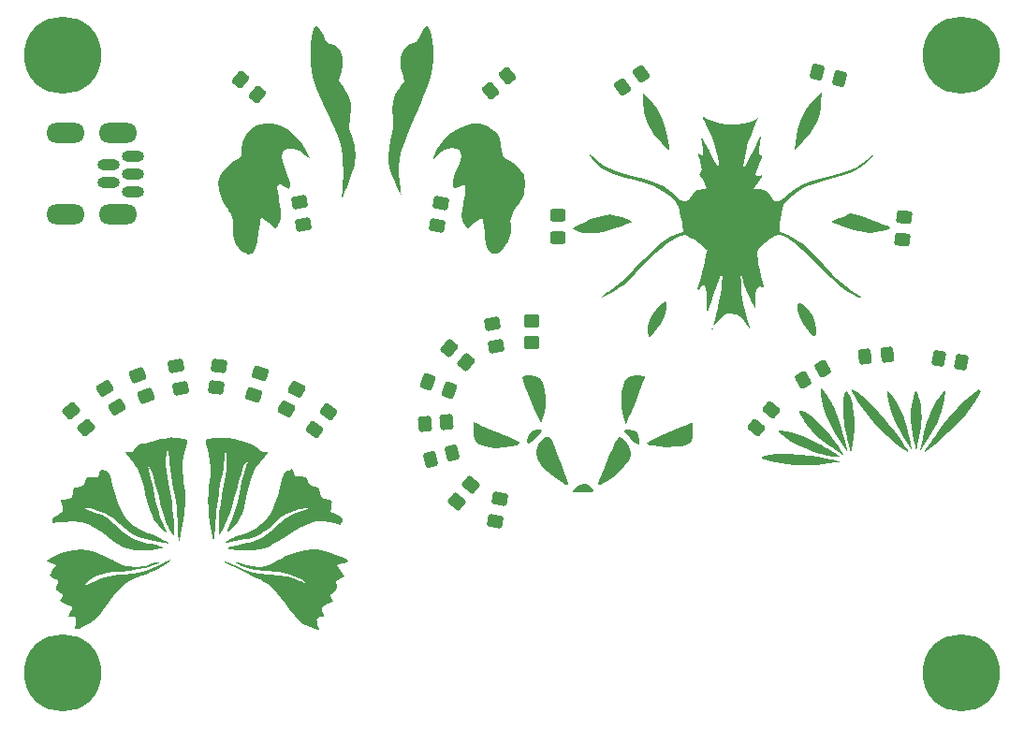
<source format=gbr>
%TF.GenerationSoftware,KiCad,Pcbnew,(6.0.5)*%
%TF.CreationDate,2022-08-10T18:54:24-07:00*%
%TF.ProjectId,AlpenglowSMTGarden,416c7065-6e67-46c6-9f77-534d54476172,rev?*%
%TF.SameCoordinates,Original*%
%TF.FileFunction,Soldermask,Top*%
%TF.FilePolarity,Negative*%
%FSLAX46Y46*%
G04 Gerber Fmt 4.6, Leading zero omitted, Abs format (unit mm)*
G04 Created by KiCad (PCBNEW (6.0.5)) date 2022-08-10 18:54:24*
%MOMM*%
%LPD*%
G01*
G04 APERTURE LIST*
G04 Aperture macros list*
%AMRoundRect*
0 Rectangle with rounded corners*
0 $1 Rounding radius*
0 $2 $3 $4 $5 $6 $7 $8 $9 X,Y pos of 4 corners*
0 Add a 4 corners polygon primitive as box body*
4,1,4,$2,$3,$4,$5,$6,$7,$8,$9,$2,$3,0*
0 Add four circle primitives for the rounded corners*
1,1,$1+$1,$2,$3*
1,1,$1+$1,$4,$5*
1,1,$1+$1,$6,$7*
1,1,$1+$1,$8,$9*
0 Add four rect primitives between the rounded corners*
20,1,$1+$1,$2,$3,$4,$5,0*
20,1,$1+$1,$4,$5,$6,$7,0*
20,1,$1+$1,$6,$7,$8,$9,0*
20,1,$1+$1,$8,$9,$2,$3,0*%
G04 Aperture macros list end*
%ADD10O,2.000000X1.000000*%
%ADD11O,3.500000X1.800000*%
%ADD12RoundRect,0.250000X0.119744X-0.557370X0.569696X-0.021139X-0.119744X0.557370X-0.569696X0.021139X0*%
%ADD13RoundRect,0.250000X0.503745X-0.233165X0.379719X0.404893X-0.503745X0.233165X-0.379719X-0.404893X0*%
%ADD14RoundRect,0.250000X0.386728X-0.398204X0.499599X0.241921X-0.386728X0.398204X-0.499599X-0.241921X0*%
%ADD15RoundRect,0.250000X0.499599X-0.241921X0.386728X0.398204X-0.499599X0.241921X-0.386728X-0.398204X0*%
%ADD16RoundRect,0.250000X0.056458X0.552211X-0.506458X0.227211X-0.056458X-0.552211X0.506458X-0.227211X0*%
%ADD17RoundRect,0.250000X0.554409X-0.027480X0.200394X0.517656X-0.554409X0.027480X-0.200394X-0.517656X0*%
%ADD18RoundRect,0.250000X0.335316X-0.442366X0.525358X0.179232X-0.335316X0.442366X-0.525358X-0.179232X0*%
%ADD19C,6.985000*%
%ADD20RoundRect,0.250000X-0.242056X0.516148X-0.559850X-0.107557X0.242056X-0.516148X0.559850X0.107557X0*%
%ADD21RoundRect,0.250000X0.276182X0.481507X-0.370257X0.413563X-0.276182X-0.481507X0.370257X-0.413563X0*%
%ADD22RoundRect,0.250000X-0.450000X0.350000X-0.450000X-0.350000X0.450000X-0.350000X0.450000X0.350000X0*%
%ADD23RoundRect,0.250000X0.450000X-0.325000X0.450000X0.325000X-0.450000X0.325000X-0.450000X-0.325000X0*%
%ADD24RoundRect,0.250000X0.197457X0.518783X-0.430394X0.350550X-0.197457X-0.518783X0.430394X-0.350550X0*%
%ADD25RoundRect,0.250000X0.163796X-0.530373X0.554976X-0.011260X-0.163796X0.530373X-0.554976X0.011260X0*%
%ADD26RoundRect,0.250000X-0.545540X0.165488X-0.294682X-0.488019X0.545540X-0.165488X0.294682X0.488019X0*%
%ADD27RoundRect,0.250000X0.398204X0.386728X-0.241921X0.499599X-0.398204X-0.386728X0.241921X-0.499599X0*%
%ADD28RoundRect,0.250000X-0.040290X0.553626X-0.538219X0.135814X0.040290X-0.553626X0.538219X-0.135814X0*%
%ADD29RoundRect,0.250000X-0.309448X-0.478792X0.387888X-0.417783X0.309448X0.478792X-0.387888X0.417783X0*%
%ADD30RoundRect,0.250000X-0.557370X-0.119744X-0.021139X-0.569696X0.557370X0.119744X0.021139X0.569696X0*%
%ADD31RoundRect,0.250000X0.419962X-0.362983X0.476613X0.284543X-0.419962X0.362983X-0.476613X-0.284543X0*%
%ADD32RoundRect,0.250000X0.430394X0.350550X-0.197457X0.518783X-0.430394X-0.350550X0.197457X-0.518783X0*%
%ADD33RoundRect,0.250000X-0.135814X0.538219X-0.553626X0.040290X0.135814X-0.538219X0.553626X-0.040290X0*%
%ADD34RoundRect,0.250000X-0.386728X0.398204X-0.499599X-0.241921X0.386728X-0.398204X0.499599X0.241921X0*%
%ADD35RoundRect,0.250000X0.459309X0.311705X-0.151491X0.534018X-0.459309X-0.311705X0.151491X-0.534018X0*%
%ADD36RoundRect,0.250000X-0.403991X0.402232X-0.489300X-0.292550X0.403991X-0.402232X0.489300X0.292550X0*%
%ADD37RoundRect,0.250000X-0.008115X-0.555031X0.524334X-0.182206X0.008115X0.555031X-0.524334X0.182206X0*%
%ADD38RoundRect,0.250000X-0.569240X-0.031078X-0.109999X-0.559375X0.569240X0.031078X0.109999X0.559375X0*%
%ADD39RoundRect,0.250000X-0.538219X-0.135814X-0.040290X-0.553626X0.538219X0.135814X0.040290X0.553626X0*%
G04 APERTURE END LIST*
%TO.C,G\u002A\u002A\u002A*%
G36*
X155646232Y-82902431D02*
G01*
X155925083Y-83017429D01*
X156389919Y-83208614D01*
X156981917Y-83451812D01*
X157642254Y-83722848D01*
X157822723Y-83796882D01*
X158436894Y-84056637D01*
X158943416Y-84285945D01*
X159301618Y-84465182D01*
X159470831Y-84574725D01*
X159476369Y-84594739D01*
X159121849Y-84781857D01*
X158583860Y-84922709D01*
X157940765Y-85009101D01*
X157270926Y-85032838D01*
X156652705Y-84985728D01*
X156346257Y-84922043D01*
X155773510Y-84698908D01*
X155421785Y-84382493D01*
X155250583Y-83919647D01*
X155216285Y-83439104D01*
X155216285Y-82724380D01*
X155646232Y-82902431D01*
G37*
G36*
X162129163Y-84086483D02*
G01*
X162298958Y-84238295D01*
X162439464Y-84525257D01*
X162547948Y-84801841D01*
X162711740Y-85239640D01*
X162911849Y-85785636D01*
X163129285Y-86386811D01*
X163345057Y-86990148D01*
X163540175Y-87542627D01*
X163695648Y-87991231D01*
X163792487Y-88282943D01*
X163815243Y-88366187D01*
X163750662Y-88416682D01*
X163542253Y-88334766D01*
X163168011Y-88109117D01*
X162691868Y-87788087D01*
X161929509Y-87181616D01*
X161372715Y-86567722D01*
X161037566Y-85969178D01*
X160940144Y-85408756D01*
X160948360Y-85319072D01*
X161107559Y-84759162D01*
X161394024Y-84333682D01*
X161765652Y-84098862D01*
X161879984Y-84074848D01*
X162129163Y-84086483D01*
G37*
G36*
X175034424Y-82797204D02*
G01*
X175076710Y-82963312D01*
X175085316Y-83297667D01*
X175065505Y-83706816D01*
X175022537Y-84097301D01*
X174961674Y-84375670D01*
X174943119Y-84418991D01*
X174721705Y-84647870D01*
X174386473Y-84828979D01*
X174381628Y-84830683D01*
X173990323Y-84907631D01*
X173414623Y-84947503D01*
X172732211Y-84949568D01*
X172020766Y-84913095D01*
X171498432Y-84857801D01*
X171135369Y-84781273D01*
X170903691Y-84681051D01*
X170867669Y-84639026D01*
X170970362Y-84556508D01*
X171270196Y-84395036D01*
X171719386Y-84175733D01*
X172270146Y-83919722D01*
X172874691Y-83648124D01*
X173485235Y-83382063D01*
X174053993Y-83142661D01*
X174533179Y-82951040D01*
X174875008Y-82828324D01*
X175031694Y-82795634D01*
X175034424Y-82797204D01*
G37*
G36*
X160859744Y-78536046D02*
G01*
X161211074Y-78736418D01*
X161222393Y-78746816D01*
X161517089Y-79183267D01*
X161707622Y-79803335D01*
X161788257Y-80545043D01*
X161753258Y-81346414D01*
X161596888Y-82145471D01*
X161551047Y-82297983D01*
X161434296Y-82586794D01*
X161330298Y-82725733D01*
X161320159Y-82727931D01*
X161241013Y-82612013D01*
X161081617Y-82291352D01*
X160860670Y-81806589D01*
X160596874Y-81198364D01*
X160397856Y-80723618D01*
X160063120Y-79893282D01*
X159837385Y-79281498D01*
X159714383Y-78868661D01*
X159687844Y-78635171D01*
X159711289Y-78576885D01*
X160005428Y-78444536D01*
X160423054Y-78434837D01*
X160859744Y-78536046D01*
G37*
G36*
X165649254Y-88382500D02*
G01*
X165921940Y-88613950D01*
X166061334Y-88884498D01*
X166064201Y-88922983D01*
X165935928Y-89017163D01*
X165549817Y-89067979D01*
X165138160Y-89077931D01*
X164654534Y-89060102D01*
X164327716Y-89011887D01*
X164212118Y-88943695D01*
X164322164Y-88779351D01*
X164591959Y-88581607D01*
X164930988Y-88402923D01*
X165248735Y-88295762D01*
X165349166Y-88284675D01*
X165649254Y-88382500D01*
G37*
G36*
X169713195Y-83468124D02*
G01*
X170029692Y-83669721D01*
X170166284Y-83942269D01*
X170167049Y-83961078D01*
X170200966Y-84207556D01*
X170248624Y-84414650D01*
X170259833Y-84657029D01*
X170121421Y-84700683D01*
X169851631Y-84551401D01*
X169468705Y-84214971D01*
X169399037Y-84145059D01*
X169103108Y-83829019D01*
X168901206Y-83585638D01*
X168842326Y-83483600D01*
X168958561Y-83420790D01*
X169243597Y-83390016D01*
X169295898Y-83389389D01*
X169713195Y-83468124D01*
G37*
G36*
X161408820Y-83425631D02*
G01*
X161339207Y-83618289D01*
X161065138Y-83948903D01*
X160877282Y-84145059D01*
X160505230Y-84505634D01*
X160273409Y-84673313D01*
X160152601Y-84658402D01*
X160113589Y-84471206D01*
X160113026Y-84414650D01*
X160221203Y-83892607D01*
X160525152Y-83536407D01*
X160940933Y-83378892D01*
X161275541Y-83352106D01*
X161408820Y-83425631D01*
G37*
G36*
X168733641Y-84170450D02*
G01*
X169059459Y-84480273D01*
X169313476Y-84906840D01*
X169448969Y-85376676D01*
X169443603Y-85719228D01*
X169266497Y-86147739D01*
X168912113Y-86649674D01*
X168435369Y-87171611D01*
X167891179Y-87660128D01*
X167334462Y-88061801D01*
X166820133Y-88323209D01*
X166738720Y-88350509D01*
X166515866Y-88393652D01*
X166482205Y-88295686D01*
X166512999Y-88200228D01*
X166727088Y-87649685D01*
X166986566Y-87019182D01*
X167271299Y-86353401D01*
X167561153Y-85697025D01*
X167835993Y-85094736D01*
X168075686Y-84591218D01*
X168260098Y-84231152D01*
X168369093Y-84059221D01*
X168382741Y-84050848D01*
X168733641Y-84170450D01*
G37*
G36*
X170603014Y-78532196D02*
G01*
X170739567Y-78593816D01*
X170707377Y-78733520D01*
X170592059Y-79067786D01*
X170413294Y-79547383D01*
X170190759Y-80123078D01*
X169944134Y-80745640D01*
X169693096Y-81365839D01*
X169457326Y-81934441D01*
X169256500Y-82402216D01*
X169110299Y-82719931D01*
X169044527Y-82834410D01*
X168982507Y-82749106D01*
X168876546Y-82474638D01*
X168785180Y-82187802D01*
X168636069Y-81475100D01*
X168587241Y-80733608D01*
X168631299Y-80020478D01*
X168760850Y-79392864D01*
X168968499Y-78907919D01*
X169246413Y-78623030D01*
X169510043Y-78546679D01*
X169888771Y-78504824D01*
X170285471Y-78499362D01*
X170603014Y-78532196D01*
G37*
G36*
X182916502Y-83487244D02*
G01*
X183011519Y-83493697D01*
X183044033Y-83496143D01*
X183516634Y-83552936D01*
X184009248Y-83653186D01*
X184519986Y-83796320D01*
X185046958Y-83981766D01*
X185588274Y-84208951D01*
X185931182Y-84370967D01*
X186108497Y-84459282D01*
X186279702Y-84546900D01*
X186450920Y-84637236D01*
X186628277Y-84733708D01*
X186817898Y-84839731D01*
X187025908Y-84958723D01*
X187258432Y-85094101D01*
X187521595Y-85249280D01*
X187762379Y-85392406D01*
X187952615Y-85506035D01*
X188104145Y-85597310D01*
X188220669Y-85668786D01*
X188305884Y-85723014D01*
X188363487Y-85762550D01*
X188397178Y-85789947D01*
X188410655Y-85807758D01*
X188407614Y-85818536D01*
X188391755Y-85824837D01*
X188389388Y-85825366D01*
X188303234Y-85835984D01*
X188182175Y-85840578D01*
X188040076Y-85839429D01*
X187890801Y-85832821D01*
X187748218Y-85821036D01*
X187664676Y-85810584D01*
X187441100Y-85774040D01*
X187223367Y-85730522D01*
X186995837Y-85676521D01*
X186742868Y-85608528D01*
X186663453Y-85585961D01*
X186263401Y-85462378D01*
X185856970Y-85320255D01*
X185450797Y-85162712D01*
X185051519Y-84992868D01*
X184665776Y-84813842D01*
X184300205Y-84628753D01*
X183961445Y-84440720D01*
X183656133Y-84252863D01*
X183390909Y-84068301D01*
X183323102Y-84016360D01*
X183214733Y-83926139D01*
X183105058Y-83825875D01*
X183003089Y-83724680D01*
X182917839Y-83631666D01*
X182858320Y-83555946D01*
X182842719Y-83530667D01*
X182831484Y-83506637D01*
X182834615Y-83492319D01*
X182860244Y-83486320D01*
X182916502Y-83487244D01*
G37*
G36*
X197888795Y-79870440D02*
G01*
X197892223Y-79934673D01*
X197889568Y-80032971D01*
X197881516Y-80158062D01*
X197868754Y-80302672D01*
X197851967Y-80459530D01*
X197831841Y-80621364D01*
X197809064Y-80780901D01*
X197784320Y-80930870D01*
X197768425Y-81015190D01*
X197686721Y-81372108D01*
X197583000Y-81731140D01*
X197455498Y-82096026D01*
X197302453Y-82470508D01*
X197122101Y-82858327D01*
X196912678Y-83263224D01*
X196672420Y-83688941D01*
X196399565Y-84139218D01*
X196092349Y-84617797D01*
X196015501Y-84733986D01*
X195896481Y-84911802D01*
X195801944Y-85050140D01*
X195730204Y-85151160D01*
X195679573Y-85217019D01*
X195648365Y-85249877D01*
X195634892Y-85251891D01*
X195637469Y-85225220D01*
X195640607Y-85213689D01*
X195649471Y-85177659D01*
X195667139Y-85101323D01*
X195691862Y-84992407D01*
X195721889Y-84858635D01*
X195755472Y-84707734D01*
X195767301Y-84654299D01*
X195892447Y-84108409D01*
X196016854Y-83607816D01*
X196141869Y-83148685D01*
X196268838Y-82727181D01*
X196399108Y-82339469D01*
X196534025Y-81981713D01*
X196674938Y-81650078D01*
X196823191Y-81340728D01*
X196980132Y-81049828D01*
X197108357Y-80835011D01*
X197192085Y-80705471D01*
X197286687Y-80567274D01*
X197387582Y-80426294D01*
X197490188Y-80288405D01*
X197589924Y-80159478D01*
X197682210Y-80045389D01*
X197762462Y-79952010D01*
X197826101Y-79885214D01*
X197868545Y-79850875D01*
X197878598Y-79847542D01*
X197888795Y-79870440D01*
G37*
G36*
X183337087Y-85614810D02*
G01*
X183636452Y-85615772D01*
X183895801Y-85618057D01*
X184124288Y-85622206D01*
X184331068Y-85628760D01*
X184525296Y-85638258D01*
X184716125Y-85651242D01*
X184912710Y-85668252D01*
X185124207Y-85689828D01*
X185359769Y-85716512D01*
X185628552Y-85748842D01*
X185648413Y-85751278D01*
X185911604Y-85785979D01*
X186199559Y-85828106D01*
X186496749Y-85875136D01*
X186787645Y-85924544D01*
X187056717Y-85973807D01*
X187234376Y-86009040D01*
X187338613Y-86031452D01*
X187465757Y-86060114D01*
X187607839Y-86093086D01*
X187756893Y-86128425D01*
X187904951Y-86164192D01*
X188044047Y-86198446D01*
X188166212Y-86229247D01*
X188263479Y-86254652D01*
X188327881Y-86272722D01*
X188351107Y-86281066D01*
X188355596Y-86289927D01*
X188342671Y-86298958D01*
X188306524Y-86309437D01*
X188241347Y-86322640D01*
X188141330Y-86339847D01*
X188000666Y-86362335D01*
X187935151Y-86372561D01*
X187379447Y-86450600D01*
X186817749Y-86513441D01*
X186258647Y-86560599D01*
X185710733Y-86591592D01*
X185182599Y-86605935D01*
X184682836Y-86603146D01*
X184220036Y-86582739D01*
X184211466Y-86582165D01*
X183670052Y-86533374D01*
X183126652Y-86460823D01*
X182593686Y-86366683D01*
X182083575Y-86253130D01*
X181642995Y-86132737D01*
X181384279Y-86054802D01*
X181364459Y-85959407D01*
X181354585Y-85896192D01*
X181354472Y-85856579D01*
X181356457Y-85852192D01*
X181385677Y-85840010D01*
X181453185Y-85818950D01*
X181549437Y-85791562D01*
X181664890Y-85760393D01*
X181790001Y-85727992D01*
X181915225Y-85696907D01*
X182031020Y-85669686D01*
X182083069Y-85658177D01*
X182139624Y-85647015D01*
X182199046Y-85637861D01*
X182266633Y-85630532D01*
X182347687Y-85624844D01*
X182447509Y-85620616D01*
X182571398Y-85617662D01*
X182724655Y-85615801D01*
X182912582Y-85614848D01*
X183140477Y-85614621D01*
X183337087Y-85614810D01*
G37*
G36*
X189484339Y-79740726D02*
G01*
X189565233Y-79777659D01*
X189665257Y-79827892D01*
X189776779Y-79887346D01*
X189892168Y-79951940D01*
X190003792Y-80017594D01*
X190104020Y-80080228D01*
X190185220Y-80135761D01*
X190192764Y-80141337D01*
X190384563Y-80294444D01*
X190600362Y-80484404D01*
X190836766Y-80707230D01*
X191090379Y-80958936D01*
X191357806Y-81235535D01*
X191635651Y-81533040D01*
X191920520Y-81847464D01*
X192209016Y-82174822D01*
X192497745Y-82511125D01*
X192783312Y-82852388D01*
X193062319Y-83194623D01*
X193331374Y-83533844D01*
X193587079Y-83866065D01*
X193826040Y-84187298D01*
X194044861Y-84493557D01*
X194240147Y-84780854D01*
X194408503Y-85045205D01*
X194498595Y-85197092D01*
X194565781Y-85315792D01*
X194606498Y-85395369D01*
X194619199Y-85439095D01*
X194602335Y-85450242D01*
X194554357Y-85432083D01*
X194473715Y-85387891D01*
X194422411Y-85358077D01*
X194131980Y-85174396D01*
X193821311Y-84952247D01*
X193494452Y-84695924D01*
X193155454Y-84409721D01*
X192808363Y-84097930D01*
X192457230Y-83764847D01*
X192106103Y-83414764D01*
X191759032Y-83051974D01*
X191420064Y-82680773D01*
X191093249Y-82305452D01*
X190782636Y-81930306D01*
X190492274Y-81559629D01*
X190226211Y-81197713D01*
X189988496Y-80848854D01*
X189783179Y-80517343D01*
X189674160Y-80322835D01*
X189609080Y-80196858D01*
X189547044Y-80068854D01*
X189492113Y-79948058D01*
X189448343Y-79843700D01*
X189419796Y-79765013D01*
X189410465Y-79723082D01*
X189430205Y-79721173D01*
X189484339Y-79740726D01*
G37*
G36*
X192735399Y-79879998D02*
G01*
X192798044Y-79943569D01*
X192878289Y-80034122D01*
X192970767Y-80145051D01*
X193070110Y-80269752D01*
X193170953Y-80401618D01*
X193267927Y-80534044D01*
X193355666Y-80660423D01*
X193362709Y-80670949D01*
X193547081Y-80963183D01*
X193718031Y-81268086D01*
X193877255Y-81590148D01*
X194026449Y-81933859D01*
X194167308Y-82303708D01*
X194301527Y-82704185D01*
X194430803Y-83139781D01*
X194556830Y-83614985D01*
X194681304Y-84134287D01*
X194697584Y-84205817D01*
X194751570Y-84444550D01*
X194795552Y-84639710D01*
X194830421Y-84795677D01*
X194857073Y-84916833D01*
X194876398Y-85007558D01*
X194889292Y-85072232D01*
X194896646Y-85115238D01*
X194899355Y-85140956D01*
X194898311Y-85153766D01*
X194894408Y-85158051D01*
X194891792Y-85158365D01*
X194871979Y-85139080D01*
X194829716Y-85085698D01*
X194769998Y-85004931D01*
X194697819Y-84903489D01*
X194640155Y-84820272D01*
X194308131Y-84324068D01*
X194012162Y-83855828D01*
X193750598Y-83411945D01*
X193521788Y-82988812D01*
X193324082Y-82582821D01*
X193155830Y-82190366D01*
X193015382Y-81807839D01*
X192901089Y-81431634D01*
X192811299Y-81058142D01*
X192744363Y-80683757D01*
X192742662Y-80672275D01*
X192724937Y-80538201D01*
X192709709Y-80396878D01*
X192697439Y-80256411D01*
X192688591Y-80124903D01*
X192683627Y-80010459D01*
X192683009Y-79921183D01*
X192687200Y-79865179D01*
X192695721Y-79850016D01*
X192735399Y-79879998D01*
G37*
G36*
X195340909Y-79920998D02*
G01*
X195392253Y-80048762D01*
X195449874Y-80208172D01*
X195508473Y-80383079D01*
X195562753Y-80557335D01*
X195607416Y-80714788D01*
X195627258Y-80793892D01*
X195714503Y-81257587D01*
X195763760Y-81739772D01*
X195775058Y-82243435D01*
X195748428Y-82771559D01*
X195683901Y-83327132D01*
X195655246Y-83511244D01*
X195623070Y-83698303D01*
X195586486Y-83897007D01*
X195546847Y-84101205D01*
X195505506Y-84304750D01*
X195463819Y-84501492D01*
X195423138Y-84685283D01*
X195384817Y-84849973D01*
X195350210Y-84989413D01*
X195320670Y-85097454D01*
X195297551Y-85167948D01*
X195285082Y-85192657D01*
X195266840Y-85187999D01*
X195249731Y-85146636D01*
X195248985Y-85143480D01*
X195235194Y-85085101D01*
X195213842Y-84996783D01*
X195189233Y-84896312D01*
X195185939Y-84882958D01*
X195046225Y-84271374D01*
X194938129Y-83694794D01*
X194861510Y-83150681D01*
X194816225Y-82636493D01*
X194802133Y-82149690D01*
X194819090Y-81687734D01*
X194866955Y-81248083D01*
X194945586Y-80828198D01*
X194956467Y-80781598D01*
X195011434Y-80575313D01*
X195080408Y-80353499D01*
X195156460Y-80136992D01*
X195232665Y-79946628D01*
X195238499Y-79933292D01*
X195292686Y-79810349D01*
X195340909Y-79920998D01*
G37*
G36*
X184749224Y-81655565D02*
G01*
X184848249Y-81677209D01*
X184979468Y-81716523D01*
X184996816Y-81722275D01*
X185210526Y-81811405D01*
X185444178Y-81941202D01*
X185694801Y-82108820D01*
X185959424Y-82311413D01*
X186235076Y-82546137D01*
X186518784Y-82810144D01*
X186807579Y-83100590D01*
X187098488Y-83414629D01*
X187388541Y-83749415D01*
X187674765Y-84102103D01*
X187954190Y-84469846D01*
X188148110Y-84740359D01*
X188263115Y-84907372D01*
X188372088Y-85070368D01*
X188472092Y-85224512D01*
X188560190Y-85364972D01*
X188633443Y-85486914D01*
X188688913Y-85585506D01*
X188723663Y-85655914D01*
X188734755Y-85693304D01*
X188730248Y-85698098D01*
X188701831Y-85685048D01*
X188642471Y-85651011D01*
X188562353Y-85601960D01*
X188512982Y-85570653D01*
X188054059Y-85271199D01*
X187637037Y-84988174D01*
X187258608Y-84718653D01*
X186915464Y-84459709D01*
X186604298Y-84208417D01*
X186321803Y-83961849D01*
X186064670Y-83717081D01*
X185829594Y-83471186D01*
X185613266Y-83221238D01*
X185412378Y-82964311D01*
X185223624Y-82697478D01*
X185164336Y-82608131D01*
X185101312Y-82507553D01*
X185030486Y-82387717D01*
X184956010Y-82256437D01*
X184882036Y-82121529D01*
X184812717Y-81990806D01*
X184752205Y-81872084D01*
X184704651Y-81773177D01*
X184674209Y-81701901D01*
X184664870Y-81668087D01*
X184686672Y-81652292D01*
X184749224Y-81655565D01*
G37*
G36*
X189056852Y-79934976D02*
G01*
X189158054Y-80081527D01*
X189254769Y-80272945D01*
X189345743Y-80505026D01*
X189429721Y-80773567D01*
X189505448Y-81074363D01*
X189571669Y-81403210D01*
X189627129Y-81755906D01*
X189647215Y-81912673D01*
X189662341Y-82073374D01*
X189674402Y-82270729D01*
X189683335Y-82494726D01*
X189689076Y-82735356D01*
X189691564Y-82982607D01*
X189690733Y-83226470D01*
X189686522Y-83456934D01*
X189678866Y-83663989D01*
X189667703Y-83837623D01*
X189659882Y-83916642D01*
X189616270Y-84248417D01*
X189565406Y-84564725D01*
X189509318Y-84853996D01*
X189455326Y-85084451D01*
X189421480Y-85213637D01*
X189397221Y-85301020D01*
X189380235Y-85352510D01*
X189368204Y-85374019D01*
X189358815Y-85371456D01*
X189350351Y-85352446D01*
X189315233Y-85243119D01*
X189272265Y-85093457D01*
X189223359Y-84911322D01*
X189170425Y-84704576D01*
X189115375Y-84481082D01*
X189060121Y-84248703D01*
X189006574Y-84015302D01*
X188956647Y-83788740D01*
X188912250Y-83576881D01*
X188884431Y-83436025D01*
X188805718Y-82999594D01*
X188744192Y-82600955D01*
X188699054Y-82232133D01*
X188669504Y-81885148D01*
X188654746Y-81552024D01*
X188653980Y-81224784D01*
X188655674Y-81150427D01*
X188666926Y-80879912D01*
X188685609Y-80651378D01*
X188713169Y-80457992D01*
X188751053Y-80292923D01*
X188800705Y-80149339D01*
X188863571Y-80020409D01*
X188911229Y-79942699D01*
X188978276Y-79841383D01*
X189056852Y-79934976D01*
G37*
G36*
X201169528Y-79915150D02*
G01*
X200979203Y-80243873D01*
X200611937Y-80840859D01*
X200209367Y-81423360D01*
X199769703Y-81993294D01*
X199291157Y-82552581D01*
X198771939Y-83103142D01*
X198210260Y-83646895D01*
X197604330Y-84185761D01*
X196952359Y-84721659D01*
X196430504Y-85123982D01*
X196285387Y-85232858D01*
X196174845Y-85315360D01*
X196094198Y-85374740D01*
X196038768Y-85414250D01*
X196003876Y-85437140D01*
X195984843Y-85446662D01*
X195976992Y-85446067D01*
X195975615Y-85440096D01*
X195989430Y-85412900D01*
X196028852Y-85350087D01*
X196090847Y-85256014D01*
X196172380Y-85135040D01*
X196270417Y-84991522D01*
X196381923Y-84829818D01*
X196503864Y-84654287D01*
X196633206Y-84469286D01*
X196766914Y-84279175D01*
X196901954Y-84088310D01*
X197035291Y-83901049D01*
X197163891Y-83721752D01*
X197284720Y-83554775D01*
X197361654Y-83449459D01*
X197783259Y-82888723D01*
X198193586Y-82371521D01*
X198595913Y-81894411D01*
X198993518Y-81453954D01*
X199389675Y-81046708D01*
X199787663Y-80669233D01*
X200190758Y-80318088D01*
X200602237Y-79989832D01*
X200790815Y-79848811D01*
X200971068Y-79716690D01*
X201169528Y-79915150D01*
G37*
G36*
X186708608Y-79647702D02*
G01*
X186745698Y-79683943D01*
X186800081Y-79747658D01*
X186875210Y-79842697D01*
X186974535Y-79972915D01*
X187004978Y-80013313D01*
X187145616Y-80201711D01*
X187261219Y-80360577D01*
X187357454Y-80498794D01*
X187439990Y-80625243D01*
X187514494Y-80748807D01*
X187586637Y-80878368D01*
X187662084Y-81022808D01*
X187710848Y-81119411D01*
X187820835Y-81343347D01*
X187922177Y-81559277D01*
X188016568Y-81772153D01*
X188105702Y-81986929D01*
X188191270Y-82208555D01*
X188274967Y-82441985D01*
X188358485Y-82692169D01*
X188443517Y-82964061D01*
X188531757Y-83262612D01*
X188624897Y-83592775D01*
X188724630Y-83959501D01*
X188832650Y-84367744D01*
X188868934Y-84506767D01*
X188917792Y-84694244D01*
X188963116Y-84867669D01*
X189003312Y-85020979D01*
X189036785Y-85148112D01*
X189061942Y-85243008D01*
X189077188Y-85299604D01*
X189080718Y-85312043D01*
X189085450Y-85349102D01*
X189064493Y-85345686D01*
X189018927Y-85302573D01*
X188949828Y-85220543D01*
X188944277Y-85213540D01*
X188580323Y-84729015D01*
X188239928Y-84227849D01*
X187925564Y-83715077D01*
X187639701Y-83195737D01*
X187384810Y-82674865D01*
X187163362Y-82157498D01*
X186977828Y-81648672D01*
X186830678Y-81153423D01*
X186727840Y-80695538D01*
X186709676Y-80579616D01*
X186693491Y-80442145D01*
X186679762Y-80292194D01*
X186668965Y-80138834D01*
X186661576Y-79991134D01*
X186658072Y-79858164D01*
X186658929Y-79748993D01*
X186664624Y-79672693D01*
X186672503Y-79642229D01*
X186685361Y-79635082D01*
X186708608Y-79647702D01*
G37*
G36*
X167860004Y-63971717D02*
G01*
X168226147Y-64048121D01*
X168319420Y-64070883D01*
X168698760Y-64182132D01*
X169060989Y-64317528D01*
X169357009Y-64454603D01*
X169537724Y-64570889D01*
X169561213Y-64639192D01*
X169452299Y-64681474D01*
X169176323Y-64779089D01*
X168772995Y-64918224D01*
X168282023Y-65085065D01*
X168195734Y-65114167D01*
X167234723Y-65405547D01*
X166423719Y-65577196D01*
X165732833Y-65632565D01*
X165132175Y-65575100D01*
X164843004Y-65500964D01*
X164517631Y-65388675D01*
X164281551Y-65289474D01*
X164213518Y-65248399D01*
X164253198Y-65161172D01*
X164458049Y-65019395D01*
X164787770Y-64841430D01*
X165202057Y-64645640D01*
X165660609Y-64450387D01*
X166123125Y-64274033D01*
X166549301Y-64134940D01*
X166797622Y-64071044D01*
X167238758Y-63983169D01*
X167561880Y-63950063D01*
X167860004Y-63971717D01*
G37*
G36*
X172724060Y-71873523D02*
G01*
X172733634Y-72122208D01*
X172686993Y-72474046D01*
X172592234Y-72877788D01*
X172457453Y-73282184D01*
X172386189Y-73450098D01*
X172164100Y-73845360D01*
X171860991Y-74278449D01*
X171627994Y-74559067D01*
X171359678Y-74841473D01*
X171195921Y-74976584D01*
X171102308Y-74985102D01*
X171051282Y-74905990D01*
X171006529Y-74607795D01*
X171029993Y-74186920D01*
X171110001Y-73723546D01*
X171234879Y-73297853D01*
X171310770Y-73123657D01*
X171490863Y-72846142D01*
X171753223Y-72528507D01*
X172051015Y-72217760D01*
X172337405Y-71960911D01*
X172565560Y-71804969D01*
X172650173Y-71779239D01*
X172724060Y-71873523D01*
G37*
G36*
X189445451Y-63819772D02*
G01*
X189723936Y-63891355D01*
X190140241Y-64019682D01*
X190661295Y-64194613D01*
X191194507Y-64384259D01*
X191776337Y-64602293D01*
X192275033Y-64800651D01*
X192659233Y-64965902D01*
X192897572Y-65084615D01*
X192961283Y-65140849D01*
X192796072Y-65252051D01*
X192472049Y-65362752D01*
X192048064Y-65459878D01*
X191582966Y-65530354D01*
X191135607Y-65561107D01*
X191068068Y-65561459D01*
X190650676Y-65535475D01*
X190184456Y-65454692D01*
X189617773Y-65307907D01*
X188962103Y-65104547D01*
X188451751Y-64933855D01*
X188025662Y-64782947D01*
X187721896Y-64665943D01*
X187578514Y-64596963D01*
X187572188Y-64588912D01*
X187667472Y-64526524D01*
X187921514Y-64414509D01*
X188286605Y-64273276D01*
X188438506Y-64218331D01*
X188837782Y-64067167D01*
X189148366Y-63932042D01*
X189319966Y-63835507D01*
X189337862Y-63815070D01*
X189445451Y-63819772D01*
G37*
G36*
X171171903Y-53499751D02*
G01*
X171852819Y-54378030D01*
X172361425Y-55386691D01*
X172630854Y-56229258D01*
X172773654Y-56839113D01*
X172872945Y-57355877D01*
X172924368Y-57748515D01*
X172923564Y-57985995D01*
X172885659Y-58043616D01*
X172769742Y-57970791D01*
X172549530Y-57778724D01*
X172270060Y-57507032D01*
X172235012Y-57471299D01*
X171501125Y-56587259D01*
X170979647Y-55656138D01*
X170669638Y-54675777D01*
X170570155Y-53644365D01*
X170574130Y-52865505D01*
X171171903Y-53499751D01*
G37*
G36*
X185009876Y-72041412D02*
G01*
X185496986Y-72476139D01*
X185893232Y-73052137D01*
X186160906Y-73699230D01*
X186262302Y-74347243D01*
X186262365Y-74372384D01*
X186239622Y-74740945D01*
X186162232Y-74917405D01*
X186010686Y-74905472D01*
X185765476Y-74708858D01*
X185566211Y-74504788D01*
X185038311Y-73824314D01*
X184705902Y-73106872D01*
X184572899Y-72527965D01*
X184551710Y-72143255D01*
X184631942Y-71949075D01*
X184817703Y-71940849D01*
X185009876Y-72041412D01*
G37*
G36*
X176888927Y-74232028D02*
G01*
X176834420Y-74286535D01*
X176779914Y-74232028D01*
X176834420Y-74177522D01*
X176888927Y-74232028D01*
G37*
G36*
X166641716Y-71506707D02*
G01*
X166587210Y-71561213D01*
X166532703Y-71506707D01*
X166587210Y-71452200D01*
X166641716Y-71506707D01*
G37*
G36*
X186672926Y-53864119D02*
G01*
X186643621Y-54379338D01*
X186588700Y-54765560D01*
X186486155Y-55111784D01*
X186313981Y-55507010D01*
X186217863Y-55704468D01*
X185733362Y-56510929D01*
X185083659Y-57283531D01*
X185046265Y-57322163D01*
X184290674Y-58098123D01*
X184364220Y-57389539D01*
X184547255Y-56274918D01*
X184857784Y-55310127D01*
X185312268Y-54457362D01*
X185927167Y-53678822D01*
X186024702Y-53575961D01*
X186711980Y-52865505D01*
X186672926Y-53864119D01*
G37*
G36*
X176103857Y-55144638D02*
G01*
X176368401Y-55259128D01*
X176605529Y-55371079D01*
X177304950Y-55624626D01*
X178096713Y-55768831D01*
X178917023Y-55802623D01*
X179702083Y-55724926D01*
X180388099Y-55534668D01*
X180598763Y-55438292D01*
X181010732Y-55223562D01*
X180582865Y-56149677D01*
X180356537Y-56679482D01*
X180140787Y-57252304D01*
X179975109Y-57761763D01*
X179948054Y-57859490D01*
X179850188Y-58279019D01*
X179766399Y-58726275D01*
X179703380Y-59150722D01*
X179667825Y-59501829D01*
X179666426Y-59729061D01*
X179692639Y-59787822D01*
X179753151Y-59694859D01*
X179889153Y-59438677D01*
X180083317Y-59053340D01*
X180318313Y-58572911D01*
X180446911Y-58305164D01*
X180695440Y-57794188D01*
X180912470Y-57365988D01*
X181080752Y-57053198D01*
X181183037Y-56888453D01*
X181204380Y-56872088D01*
X181211177Y-56997418D01*
X181175417Y-57266065D01*
X181132373Y-57488627D01*
X181066156Y-57963262D01*
X181086363Y-58326503D01*
X181187631Y-58543116D01*
X181299823Y-58588681D01*
X181354804Y-58644439D01*
X181320326Y-58828151D01*
X181189787Y-59164473D01*
X181078574Y-59414832D01*
X180913202Y-59807110D01*
X180802616Y-60128003D01*
X180764434Y-60323937D01*
X180770515Y-60351707D01*
X180917893Y-60418929D01*
X181098700Y-60412776D01*
X181295861Y-60390410D01*
X181358455Y-60406811D01*
X181302285Y-60512765D01*
X181155870Y-60745577D01*
X180975225Y-61018518D01*
X180591996Y-61586535D01*
X181133700Y-61619310D01*
X181502812Y-61666913D01*
X181751033Y-61782116D01*
X181952981Y-61981966D01*
X182131835Y-62228498D01*
X182226198Y-62424834D01*
X182230558Y-62455339D01*
X182329240Y-62618434D01*
X182592228Y-62715085D01*
X182795774Y-62731170D01*
X182986088Y-62661318D01*
X183268653Y-62478677D01*
X183565440Y-62237284D01*
X184198243Y-61730170D01*
X184879648Y-61315928D01*
X185651916Y-60975921D01*
X186557307Y-60691512D01*
X187626695Y-60446332D01*
X188816754Y-60120181D01*
X189860236Y-59642135D01*
X190774857Y-59003631D01*
X190974752Y-58827773D01*
X191285737Y-58550251D01*
X191450790Y-58423700D01*
X191476898Y-58443688D01*
X191409696Y-58551900D01*
X190894026Y-59150892D01*
X190238630Y-59663400D01*
X189425258Y-60099193D01*
X188435659Y-60468040D01*
X187251582Y-60779712D01*
X187245150Y-60781142D01*
X186696637Y-60921462D01*
X186138008Y-61094842D01*
X185665237Y-61270619D01*
X185540787Y-61325632D01*
X185065620Y-61576924D01*
X184565362Y-61887277D01*
X184091455Y-62219965D01*
X183695345Y-62538259D01*
X183428474Y-62805433D01*
X183384665Y-62864934D01*
X183303086Y-63067882D01*
X183208742Y-63419312D01*
X183112220Y-63861232D01*
X183024110Y-64335649D01*
X182955001Y-64784571D01*
X182915480Y-65150006D01*
X182916137Y-65373961D01*
X182922276Y-65397346D01*
X183049149Y-65505160D01*
X183307996Y-65622008D01*
X183413660Y-65656833D01*
X183713548Y-65781005D01*
X184115340Y-65992499D01*
X184544121Y-66251087D01*
X184651402Y-66321485D01*
X184964819Y-66541922D01*
X185274021Y-66785760D01*
X185602656Y-67076041D01*
X185974375Y-67435805D01*
X186412827Y-67888092D01*
X186941661Y-68455944D01*
X187584528Y-69162401D01*
X187709140Y-69300472D01*
X188113531Y-69729189D01*
X188515755Y-70106548D01*
X188961411Y-70468987D01*
X189496095Y-70852944D01*
X190165406Y-71294856D01*
X190362388Y-71420743D01*
X190443058Y-71489111D01*
X190366126Y-71484372D01*
X190173047Y-71422373D01*
X189905270Y-71318966D01*
X189604249Y-71189998D01*
X189311435Y-71051320D01*
X189101941Y-70938805D01*
X188893892Y-70786562D01*
X188557518Y-70503297D01*
X188118499Y-70112317D01*
X187602516Y-69636931D01*
X187035249Y-69100443D01*
X186442381Y-68526163D01*
X186427553Y-68511621D01*
X185642710Y-67751004D01*
X184986175Y-67137826D01*
X184439452Y-66658329D01*
X183984045Y-66298757D01*
X183601459Y-66045352D01*
X183273198Y-65884358D01*
X182980765Y-65802017D01*
X182759760Y-65783531D01*
X182488987Y-65860464D01*
X182103728Y-66095811D01*
X181696010Y-66410355D01*
X181335371Y-66710420D01*
X181110816Y-66922531D01*
X180989779Y-67096907D01*
X180939691Y-67283763D01*
X180927983Y-67533319D01*
X180927378Y-67595518D01*
X180954257Y-67932842D01*
X181029683Y-68411938D01*
X181139313Y-68965821D01*
X181268805Y-69527505D01*
X181403817Y-70030004D01*
X181528273Y-70402006D01*
X181564652Y-70540290D01*
X181472614Y-70529718D01*
X181382555Y-70483982D01*
X181164746Y-70422040D01*
X180990964Y-70527109D01*
X180855969Y-70774358D01*
X180760341Y-71166997D01*
X180715261Y-71634222D01*
X180731911Y-72105226D01*
X180736185Y-72140486D01*
X180755427Y-72331771D01*
X180739742Y-72399669D01*
X180674285Y-72326572D01*
X180544214Y-72094870D01*
X180334685Y-71686956D01*
X180305865Y-71630010D01*
X180059892Y-71103274D01*
X179828736Y-70538593D01*
X179651173Y-70032934D01*
X179608316Y-69885804D01*
X179399737Y-69108423D01*
X179438950Y-70362071D01*
X179469915Y-70995408D01*
X179528115Y-71528981D01*
X179628427Y-72052649D01*
X179785731Y-72656273D01*
X179863123Y-72923874D01*
X180007740Y-73420856D01*
X180124754Y-73833641D01*
X180203004Y-74122065D01*
X180231333Y-74245961D01*
X180230951Y-74247797D01*
X180169778Y-74173169D01*
X180031450Y-73964760D01*
X179919179Y-73786019D01*
X179510956Y-73288332D01*
X179025002Y-72978352D01*
X178482930Y-72869799D01*
X178475783Y-72869775D01*
X178236736Y-72887808D01*
X178032225Y-72964948D01*
X177805915Y-73134970D01*
X177501466Y-73431654D01*
X177449570Y-73485046D01*
X177185833Y-73743538D01*
X177002494Y-73896060D01*
X176928538Y-73919647D01*
X176933605Y-73893844D01*
X177068569Y-73487838D01*
X177205367Y-72973917D01*
X177338231Y-72387876D01*
X177461395Y-71765512D01*
X177569092Y-71142621D01*
X177655555Y-70555000D01*
X177715017Y-70038445D01*
X177741710Y-69628753D01*
X177729869Y-69361720D01*
X177678081Y-69272773D01*
X177606874Y-69372343D01*
X177485976Y-69648377D01*
X177327209Y-70068169D01*
X177142395Y-70599016D01*
X176943356Y-71208212D01*
X176742753Y-71860245D01*
X176616849Y-72237898D01*
X176498280Y-72517392D01*
X176409512Y-72647163D01*
X176398369Y-72650643D01*
X176347307Y-72547045D01*
X176321614Y-72252565D01*
X176323197Y-71793085D01*
X176326998Y-71682527D01*
X176326658Y-71027872D01*
X176266602Y-70582785D01*
X176146795Y-70347133D01*
X175967203Y-70320787D01*
X175964804Y-70321695D01*
X175801954Y-70468498D01*
X175740593Y-70591751D01*
X175645609Y-70734075D01*
X175571145Y-70737667D01*
X175507044Y-70621747D01*
X175516858Y-70595319D01*
X175582129Y-70429200D01*
X175679667Y-70107269D01*
X175798909Y-69672735D01*
X175929294Y-69168809D01*
X176060257Y-68638702D01*
X176181237Y-68125625D01*
X176281671Y-67672789D01*
X176350995Y-67323404D01*
X176378649Y-67120681D01*
X176374144Y-67088263D01*
X176033474Y-66809539D01*
X175632519Y-66514636D01*
X175218254Y-66234139D01*
X174837651Y-65998632D01*
X174537683Y-65838699D01*
X174371926Y-65784596D01*
X173947534Y-65871187D01*
X173419357Y-66115900D01*
X172811903Y-66500575D01*
X172149681Y-67007051D01*
X171457201Y-67617168D01*
X170758971Y-68312764D01*
X170339744Y-68772379D01*
X169921271Y-69232294D01*
X169492344Y-69676248D01*
X169102827Y-70054198D01*
X168802583Y-70316102D01*
X168797994Y-70319686D01*
X168481378Y-70545611D01*
X168099081Y-70788459D01*
X167696761Y-71023152D01*
X167320078Y-71224615D01*
X167014693Y-71367770D01*
X166826264Y-71427541D01*
X166792389Y-71421185D01*
X166854238Y-71344913D01*
X167059079Y-71184339D01*
X167365483Y-70971450D01*
X167430244Y-70928719D01*
X167790638Y-70675801D01*
X168176145Y-70368301D01*
X168609247Y-69985324D01*
X169112424Y-69505973D01*
X169708158Y-68909352D01*
X170418930Y-68174566D01*
X170620686Y-67963206D01*
X171491677Y-67108385D01*
X172294191Y-66447057D01*
X173040291Y-65970107D01*
X173588765Y-65720985D01*
X173904785Y-65597017D01*
X174133013Y-65493501D01*
X174194611Y-65456523D01*
X174205321Y-65327697D01*
X174170619Y-65031788D01*
X174097205Y-64613421D01*
X173996786Y-64139134D01*
X173871892Y-63603387D01*
X173769628Y-63229064D01*
X173665818Y-62964646D01*
X173536288Y-62758612D01*
X173356862Y-62559444D01*
X173171400Y-62380159D01*
X172475004Y-61840115D01*
X171618268Y-61373134D01*
X170653387Y-61003662D01*
X169748583Y-60777139D01*
X168608408Y-60507745D01*
X167655703Y-60161877D01*
X166870401Y-59729881D01*
X166232437Y-59202104D01*
X166040081Y-58992774D01*
X165802081Y-58692698D01*
X165718844Y-58537335D01*
X165781088Y-58527786D01*
X165979531Y-58665153D01*
X166304890Y-58950536D01*
X166315180Y-58960147D01*
X167032875Y-59502360D01*
X167920802Y-59956935D01*
X168943081Y-60307323D01*
X169541273Y-60447973D01*
X170677542Y-60714956D01*
X171629174Y-61030506D01*
X172426833Y-61408838D01*
X173101185Y-61864166D01*
X173612672Y-62335307D01*
X173967780Y-62632763D01*
X174285392Y-62731151D01*
X174289704Y-62731170D01*
X174488244Y-62713662D01*
X174646662Y-62634173D01*
X174813119Y-62452253D01*
X175035774Y-62127452D01*
X175068467Y-62077093D01*
X175253077Y-61835397D01*
X175455309Y-61715482D01*
X175768287Y-61666606D01*
X175829669Y-61662322D01*
X176130428Y-61624329D01*
X176315575Y-61565190D01*
X176343862Y-61531515D01*
X176291082Y-61394762D01*
X176152812Y-61130700D01*
X175962042Y-60801651D01*
X175763459Y-60453420D01*
X175680877Y-60248041D01*
X175703116Y-60151279D01*
X175744017Y-60134121D01*
X175862514Y-60057258D01*
X175897540Y-59874908D01*
X175847894Y-59556248D01*
X175712376Y-59070454D01*
X175701216Y-59034445D01*
X175608438Y-58694840D01*
X175567727Y-58455525D01*
X175585770Y-58370655D01*
X175721927Y-58449328D01*
X175744291Y-58479668D01*
X175891580Y-58584660D01*
X175924333Y-58588681D01*
X175976198Y-58492053D01*
X175993535Y-58245133D01*
X175979542Y-57912365D01*
X175937423Y-57558191D01*
X175870377Y-57247057D01*
X175855299Y-57198767D01*
X175828582Y-57007763D01*
X175878827Y-56953488D01*
X175960530Y-57046685D01*
X176114494Y-57303151D01*
X176321614Y-57688199D01*
X176562784Y-58167138D01*
X176674395Y-58397908D01*
X176937516Y-58931021D01*
X177153745Y-59333898D01*
X177310891Y-59585712D01*
X177396766Y-59665637D01*
X177407465Y-59650398D01*
X177421705Y-59281374D01*
X177348250Y-58764599D01*
X177200905Y-58145280D01*
X176993471Y-57468626D01*
X176739753Y-56779844D01*
X176453554Y-56124142D01*
X176160730Y-55567194D01*
X176019727Y-55301863D01*
X175957676Y-55132702D01*
X175968346Y-55100269D01*
X176103857Y-55144638D01*
G37*
G36*
X128199816Y-84102020D02*
G01*
X128481662Y-84133654D01*
X128600892Y-84152549D01*
X128893726Y-84204086D01*
X129132292Y-84251161D01*
X129269780Y-84284463D01*
X129277208Y-84287070D01*
X129327589Y-84332454D01*
X129344101Y-84431921D01*
X129323608Y-84606730D01*
X129262971Y-84878140D01*
X129159051Y-85267413D01*
X129103160Y-85466177D01*
X128955979Y-86228166D01*
X128920885Y-87055142D01*
X128998826Y-87903543D01*
X129044593Y-88156723D01*
X129153938Y-88986466D01*
X129169283Y-89905528D01*
X129091315Y-90880062D01*
X128974665Y-91613298D01*
X128892823Y-92047166D01*
X128815848Y-92472188D01*
X128751951Y-92841946D01*
X128709340Y-93110021D01*
X128706773Y-93127977D01*
X128669244Y-93374257D01*
X128641229Y-93482487D01*
X128614023Y-93468896D01*
X128581781Y-93361004D01*
X128559553Y-93210976D01*
X128533640Y-92934820D01*
X128506189Y-92561651D01*
X128479346Y-92120582D01*
X128455771Y-91652136D01*
X128420678Y-91001907D01*
X128375399Y-90446450D01*
X128312635Y-89925211D01*
X128225087Y-89377638D01*
X128105458Y-88743178D01*
X128104689Y-88739292D01*
X127993494Y-88132395D01*
X127893537Y-87501909D01*
X127812471Y-86901084D01*
X127757948Y-86383170D01*
X127748494Y-86260478D01*
X127719490Y-85874818D01*
X127690320Y-85548009D01*
X127663977Y-85309724D01*
X127643453Y-85189634D01*
X127639692Y-85181663D01*
X127588255Y-85217714D01*
X127513367Y-85355391D01*
X127507477Y-85369039D01*
X127439446Y-85648803D01*
X127412386Y-86049283D01*
X127424726Y-86541781D01*
X127474896Y-87097598D01*
X127561327Y-87688036D01*
X127662101Y-88195561D01*
X127757039Y-88636533D01*
X127836948Y-89053639D01*
X127906006Y-89477367D01*
X127968391Y-89938204D01*
X128028283Y-90466639D01*
X128089858Y-91093159D01*
X128147967Y-91740798D01*
X128186831Y-92247224D01*
X128199735Y-92606340D01*
X128183325Y-92824538D01*
X128134248Y-92908205D01*
X128049151Y-92863732D01*
X127924679Y-92697509D01*
X127776217Y-92449090D01*
X127639248Y-92198937D01*
X127519581Y-91955669D01*
X127410010Y-91697444D01*
X127303332Y-91402421D01*
X127192341Y-91048756D01*
X127069832Y-90614608D01*
X126928601Y-90078134D01*
X126761442Y-89417493D01*
X126715549Y-89233551D01*
X126563645Y-88649003D01*
X126408947Y-88099706D01*
X126257501Y-87603253D01*
X126115352Y-87177232D01*
X125988547Y-86839234D01*
X125883132Y-86606849D01*
X125805152Y-86497666D01*
X125775120Y-86497477D01*
X125775340Y-86585496D01*
X125814725Y-86771588D01*
X125852626Y-86907614D01*
X125903805Y-87100896D01*
X125979037Y-87415534D01*
X126071303Y-87820672D01*
X126173583Y-88285454D01*
X126278858Y-88779024D01*
X126284733Y-88807048D01*
X126500793Y-89781164D01*
X126711223Y-90610524D01*
X126919065Y-91305480D01*
X127127362Y-91876386D01*
X127298069Y-92254123D01*
X127403343Y-92481267D01*
X127460566Y-92642086D01*
X127458088Y-92700760D01*
X127336115Y-92644332D01*
X127150742Y-92495588D01*
X126933304Y-92285335D01*
X126715135Y-92044381D01*
X126527570Y-91803532D01*
X126491259Y-91750185D01*
X126324746Y-91474246D01*
X126175565Y-91171123D01*
X126034676Y-90815615D01*
X125893041Y-90382523D01*
X125741620Y-89846648D01*
X125573761Y-89192410D01*
X125406789Y-88536170D01*
X125259510Y-88005016D01*
X125120249Y-87571882D01*
X124977334Y-87209701D01*
X124819091Y-86891409D01*
X124633847Y-86589937D01*
X124409929Y-86278220D01*
X124202104Y-86012047D01*
X124015348Y-85772595D01*
X123873166Y-85579842D01*
X123798310Y-85465047D01*
X123792224Y-85448897D01*
X123861634Y-85419081D01*
X124036960Y-85401361D01*
X124136531Y-85399230D01*
X124369728Y-85382599D01*
X124490118Y-85323017D01*
X124525804Y-85257555D01*
X124609481Y-85113449D01*
X124759504Y-84936418D01*
X124797635Y-84898529D01*
X124973249Y-84763322D01*
X125185331Y-84681595D01*
X125491374Y-84631771D01*
X125515243Y-84629190D01*
X125809653Y-84580737D01*
X126067934Y-84508659D01*
X126202605Y-84446684D01*
X126360827Y-84379804D01*
X126630277Y-84303800D01*
X126968142Y-84229703D01*
X127212391Y-84186472D01*
X127620103Y-84127088D01*
X127930937Y-84099384D01*
X128199816Y-84102020D01*
G37*
G36*
X121755826Y-87057786D02*
G01*
X121921985Y-87091989D01*
X122058297Y-87146654D01*
X122173911Y-87239512D01*
X122277980Y-87388292D01*
X122379653Y-87610724D01*
X122488080Y-87924536D01*
X122612411Y-88347459D01*
X122761798Y-88897221D01*
X122821751Y-89123091D01*
X123027126Y-89830101D01*
X123239252Y-90409760D01*
X123471295Y-90889935D01*
X123736424Y-91298494D01*
X123996467Y-91609020D01*
X124500179Y-92066161D01*
X125095181Y-92443612D01*
X125808639Y-92758215D01*
X125907696Y-92794029D01*
X126191452Y-92902997D01*
X126514790Y-93040526D01*
X126849190Y-93192693D01*
X127166135Y-93345574D01*
X127437106Y-93485245D01*
X127633586Y-93597782D01*
X127727056Y-93669262D01*
X127729128Y-93683326D01*
X127641194Y-93683562D01*
X127431751Y-93653763D01*
X127130353Y-93600155D01*
X126766550Y-93528965D01*
X126369894Y-93446418D01*
X125969939Y-93358740D01*
X125596235Y-93272158D01*
X125278335Y-93192898D01*
X125045791Y-93127186D01*
X124975524Y-93103186D01*
X124606967Y-92933948D01*
X124217369Y-92693202D01*
X123782098Y-92363911D01*
X123276528Y-91929037D01*
X123271122Y-91924176D01*
X122538134Y-91344579D01*
X121791344Y-90910011D01*
X121039297Y-90625354D01*
X120962287Y-90604850D01*
X120554932Y-90507539D01*
X120280571Y-90459631D01*
X120125284Y-90460029D01*
X120075149Y-90507639D01*
X120079907Y-90535366D01*
X120163129Y-90594498D01*
X120360661Y-90678047D01*
X120636400Y-90771560D01*
X120766043Y-90810099D01*
X121259188Y-90963160D01*
X121666674Y-91124508D01*
X122027555Y-91317436D01*
X122380884Y-91565236D01*
X122765716Y-91891202D01*
X123099254Y-92201697D01*
X123620424Y-92671389D01*
X124092780Y-93030085D01*
X124551751Y-93297317D01*
X125032771Y-93492614D01*
X125571269Y-93635506D01*
X125772958Y-93675476D01*
X126149547Y-93749980D01*
X126527004Y-93832783D01*
X126837271Y-93908764D01*
X126899258Y-93925739D01*
X127326475Y-94046828D01*
X126899258Y-94154672D01*
X126512415Y-94226026D01*
X126038367Y-94274164D01*
X125525045Y-94298037D01*
X125020385Y-94296593D01*
X124572319Y-94268785D01*
X124228782Y-94213562D01*
X124227296Y-94213187D01*
X123622836Y-94009571D01*
X123024759Y-93700553D01*
X122405164Y-93270652D01*
X122132953Y-93051283D01*
X121550999Y-92608446D01*
X120955544Y-92235138D01*
X120380345Y-91950231D01*
X119859159Y-91772598D01*
X119836045Y-91767086D01*
X119582634Y-91732586D01*
X119218560Y-91714077D01*
X118787598Y-91710687D01*
X118333517Y-91721544D01*
X117900091Y-91745776D01*
X117531092Y-91782508D01*
X117325710Y-91817123D01*
X117171768Y-91833186D01*
X117116810Y-91766964D01*
X117112102Y-91694922D01*
X117150528Y-91471421D01*
X117282878Y-91292656D01*
X117534757Y-91128858D01*
X117646077Y-91074136D01*
X117907651Y-90937678D01*
X118046144Y-90812956D01*
X118085553Y-90661694D01*
X118049877Y-90445615D01*
X118047089Y-90434536D01*
X117967127Y-90110761D01*
X117925761Y-89908652D01*
X117921050Y-89799904D01*
X117951054Y-89756213D01*
X118000071Y-89749078D01*
X118139182Y-89733476D01*
X118365557Y-89693759D01*
X118502105Y-89665896D01*
X118889969Y-89582714D01*
X118985167Y-89141584D01*
X119040114Y-88899152D01*
X119084113Y-88726803D01*
X119103341Y-88670766D01*
X119185739Y-88640769D01*
X119375426Y-88593665D01*
X119569586Y-88552283D01*
X119819968Y-88496751D01*
X119965226Y-88431682D01*
X120052717Y-88317822D01*
X120129800Y-88115917D01*
X120142898Y-88077078D01*
X120272943Y-87690668D01*
X121297319Y-87690668D01*
X121392012Y-87352391D01*
X121457119Y-87145799D01*
X121527162Y-87054181D01*
X121645914Y-87042089D01*
X121755826Y-87057786D01*
G37*
G36*
X133162087Y-84173086D02*
G01*
X133873814Y-84332802D01*
X133928921Y-84350466D01*
X134190214Y-84426092D01*
X134510181Y-84505010D01*
X134678850Y-84541491D01*
X135006531Y-84640540D01*
X135341977Y-84795406D01*
X135639599Y-84979853D01*
X135853805Y-85167645D01*
X135914223Y-85252414D01*
X136037701Y-85362716D01*
X136268412Y-85399105D01*
X136287822Y-85399230D01*
X136492229Y-85411798D01*
X136622645Y-85442857D01*
X136634818Y-85451203D01*
X136611098Y-85527249D01*
X136497314Y-85673116D01*
X136345359Y-85830324D01*
X135918360Y-86303648D01*
X135559446Y-86847509D01*
X135259239Y-87481992D01*
X135008362Y-88227184D01*
X134797437Y-89103169D01*
X134782268Y-89178199D01*
X134627466Y-89895352D01*
X134471046Y-90484051D01*
X134301584Y-90970882D01*
X134107660Y-91382434D01*
X133877849Y-91745293D01*
X133600730Y-92086047D01*
X133474897Y-92221261D01*
X133213476Y-92481822D01*
X133045496Y-92620185D01*
X132968646Y-92636486D01*
X132980614Y-92530859D01*
X133079087Y-92303440D01*
X133109322Y-92242635D01*
X133277301Y-91883247D01*
X133431585Y-91491273D01*
X133579671Y-91042157D01*
X133729055Y-90511341D01*
X133887235Y-89874270D01*
X134048456Y-89166509D01*
X134166445Y-88650147D01*
X134291696Y-88132441D01*
X134414067Y-87653269D01*
X134523419Y-87252512D01*
X134598331Y-87004000D01*
X134708613Y-86665123D01*
X134776690Y-86447422D01*
X134807819Y-86324148D01*
X134807259Y-86268554D01*
X134780268Y-86253891D01*
X134745826Y-86253665D01*
X134643566Y-86329301D01*
X134519537Y-86551832D01*
X134376133Y-86914691D01*
X134215746Y-87411311D01*
X134040768Y-88035126D01*
X133909649Y-88548966D01*
X133614543Y-89646166D01*
X133285905Y-90659878D01*
X132898916Y-91661721D01*
X132567179Y-92422599D01*
X132430967Y-92697867D01*
X132329289Y-92838787D01*
X132257953Y-92841178D01*
X132212766Y-92700861D01*
X132189534Y-92413655D01*
X132183921Y-92040515D01*
X132202036Y-91490349D01*
X132257526Y-90864999D01*
X132352836Y-90145698D01*
X132490413Y-89313678D01*
X132649550Y-88467426D01*
X132795503Y-87649683D01*
X132892574Y-86935316D01*
X132939776Y-86335706D01*
X132936123Y-85862232D01*
X132898651Y-85593420D01*
X132826707Y-85282717D01*
X132770601Y-85826448D01*
X132734286Y-86115700D01*
X132676249Y-86507233D01*
X132604328Y-86950811D01*
X132526356Y-87396200D01*
X132522222Y-87418802D01*
X132433619Y-87903217D01*
X132338176Y-88426982D01*
X132247913Y-88924030D01*
X132180522Y-89296804D01*
X132114620Y-89711179D01*
X132047634Y-90215045D01*
X131987677Y-90742813D01*
X131945153Y-91199862D01*
X131894466Y-91821120D01*
X131847771Y-92370270D01*
X131806494Y-92832094D01*
X131772061Y-93191371D01*
X131745898Y-93432879D01*
X131729430Y-93541401D01*
X131725623Y-93543094D01*
X131543071Y-92609998D01*
X131405861Y-91795976D01*
X131312042Y-91072123D01*
X131259666Y-90409534D01*
X131246782Y-89779305D01*
X131271440Y-89152530D01*
X131331692Y-88500304D01*
X131366415Y-88217412D01*
X131444462Y-87456190D01*
X131461985Y-86792438D01*
X131416596Y-86179561D01*
X131305903Y-85570965D01*
X131211963Y-85205587D01*
X131125688Y-84885176D01*
X131058803Y-84612505D01*
X131021022Y-84428365D01*
X131016077Y-84383079D01*
X131051677Y-84314904D01*
X131174732Y-84258057D01*
X131409626Y-84204364D01*
X131681088Y-84160170D01*
X132406463Y-84113449D01*
X133162087Y-84173086D01*
G37*
G36*
X138958636Y-87284329D02*
G01*
X139067908Y-87612992D01*
X139574289Y-87635692D01*
X140080669Y-87658393D01*
X140260478Y-88042292D01*
X140373955Y-88264869D01*
X140485619Y-88398562D01*
X140643369Y-88477212D01*
X140895102Y-88534657D01*
X140978728Y-88549741D01*
X141186423Y-88610163D01*
X141288637Y-88718327D01*
X141316640Y-88806329D01*
X141397824Y-89163384D01*
X141466790Y-89399100D01*
X141549085Y-89542829D01*
X141670252Y-89623924D01*
X141855838Y-89671739D01*
X142104304Y-89711393D01*
X142280320Y-89745794D01*
X142383913Y-89803069D01*
X142426116Y-89915056D01*
X142417961Y-90113596D01*
X142370480Y-90430525D01*
X142365009Y-90463789D01*
X142304853Y-90828959D01*
X142727831Y-91000633D01*
X143072636Y-91160524D01*
X143281544Y-91313800D01*
X143371722Y-91480411D01*
X143360337Y-91680305D01*
X143348626Y-91722016D01*
X143270740Y-91975791D01*
X142757169Y-91833382D01*
X142250024Y-91735427D01*
X141686249Y-91695851D01*
X141128715Y-91715197D01*
X140640294Y-91794007D01*
X140564885Y-91814458D01*
X140234116Y-91925470D01*
X139892986Y-92072013D01*
X139516404Y-92267579D01*
X139079275Y-92525662D01*
X138556506Y-92859756D01*
X138278769Y-93043745D01*
X137886979Y-93299615D01*
X137498120Y-93543276D01*
X137149224Y-93752206D01*
X136877325Y-93903881D01*
X136802928Y-93941327D01*
X136391159Y-94094889D01*
X135889739Y-94216970D01*
X135363149Y-94295529D01*
X134875867Y-94318528D01*
X134797154Y-94315831D01*
X134570071Y-94305677D01*
X134245443Y-94292555D01*
X133880987Y-94278768D01*
X133749030Y-94274011D01*
X133408335Y-94258622D01*
X133196014Y-94237795D01*
X133085091Y-94205440D01*
X133048588Y-94155468D01*
X133050809Y-94116408D01*
X133092259Y-94058192D01*
X133206319Y-93999351D01*
X133412145Y-93934019D01*
X133728889Y-93856328D01*
X134175704Y-93760412D01*
X134288593Y-93737254D01*
X134908199Y-93601852D01*
X135408110Y-93466017D01*
X135823071Y-93312523D01*
X136187830Y-93124140D01*
X136537131Y-92883641D01*
X136905722Y-92573798D01*
X137214954Y-92286280D01*
X137741297Y-91810341D01*
X138220331Y-91439953D01*
X138689815Y-91150680D01*
X139187509Y-90918083D01*
X139521582Y-90793417D01*
X139913361Y-90648622D01*
X140155556Y-90539398D01*
X140250672Y-90469661D01*
X140201218Y-90443329D01*
X140009700Y-90464315D01*
X139678625Y-90536536D01*
X139403507Y-90609000D01*
X138825508Y-90792474D01*
X138335618Y-91007976D01*
X137886056Y-91282968D01*
X137429043Y-91644906D01*
X137132564Y-91914114D01*
X136675581Y-92327399D01*
X136284044Y-92639979D01*
X135927095Y-92873046D01*
X135573874Y-93047792D01*
X135363379Y-93129071D01*
X135180388Y-93180543D01*
X134886437Y-93248683D01*
X134516973Y-93326735D01*
X134107443Y-93407944D01*
X133693294Y-93485555D01*
X133309973Y-93552811D01*
X132992927Y-93602957D01*
X132777604Y-93629238D01*
X132726908Y-93631545D01*
X132691599Y-93603819D01*
X132774836Y-93531626D01*
X132950841Y-93427979D01*
X133193835Y-93305895D01*
X133478039Y-93178389D01*
X133777675Y-93058475D01*
X134045435Y-92965852D01*
X134836891Y-92672073D01*
X135500867Y-92323354D01*
X136059269Y-91907386D01*
X136250960Y-91726488D01*
X136582876Y-91358360D01*
X136864411Y-90963802D01*
X137106395Y-90518731D01*
X137319656Y-89999061D01*
X137515023Y-89380708D01*
X137703323Y-88639586D01*
X137768674Y-88350759D01*
X137888421Y-87887294D01*
X138022563Y-87551170D01*
X138188505Y-87314405D01*
X138403658Y-87149018D01*
X138564066Y-87072222D01*
X138849364Y-86955665D01*
X138958636Y-87284329D01*
G37*
G36*
X120329166Y-94309942D02*
G01*
X120812941Y-94415553D01*
X121064817Y-94504635D01*
X121419084Y-94647304D01*
X121839053Y-94827930D01*
X122288037Y-95030880D01*
X122583441Y-95169942D01*
X123030860Y-95383186D01*
X123368961Y-95538625D01*
X123628288Y-95646074D01*
X123839386Y-95715345D01*
X124032802Y-95756252D01*
X124239080Y-95778609D01*
X124488765Y-95792228D01*
X124525401Y-95793842D01*
X124913233Y-95802405D01*
X125215043Y-95782669D01*
X125498908Y-95726010D01*
X125811860Y-95630825D01*
X126131746Y-95530017D01*
X126431461Y-95445113D01*
X126650849Y-95393050D01*
X126666230Y-95390271D01*
X126789254Y-95374826D01*
X126802114Y-95395050D01*
X126694312Y-95460710D01*
X126466517Y-95576070D01*
X126041991Y-95750877D01*
X125523087Y-95900202D01*
X124894548Y-96027150D01*
X124141115Y-96134824D01*
X123286859Y-96222878D01*
X122667515Y-96284626D01*
X122181324Y-96349815D01*
X121806088Y-96422037D01*
X121519610Y-96504882D01*
X121500314Y-96511908D01*
X121222908Y-96631009D01*
X120915428Y-96788271D01*
X120617011Y-96960573D01*
X120366793Y-97124794D01*
X120203909Y-97257813D01*
X120172377Y-97296449D01*
X120145678Y-97389777D01*
X120231584Y-97406915D01*
X120436217Y-97346597D01*
X120765699Y-97207557D01*
X120898755Y-97146112D01*
X121378145Y-96932305D01*
X121797888Y-96775417D01*
X122205052Y-96663949D01*
X122646705Y-96586400D01*
X123169915Y-96531272D01*
X123520359Y-96505626D01*
X124474352Y-96408347D01*
X125317230Y-96244523D01*
X126082311Y-96004813D01*
X126802915Y-95679878D01*
X127144983Y-95489603D01*
X127401180Y-95346062D01*
X127632701Y-95228976D01*
X127753077Y-95177531D01*
X127847720Y-95153474D01*
X127841464Y-95191339D01*
X127726259Y-95306197D01*
X127645241Y-95379423D01*
X127379410Y-95577992D01*
X127003767Y-95806551D01*
X126555872Y-96045944D01*
X126073286Y-96277015D01*
X125593569Y-96480606D01*
X125219331Y-96616690D01*
X124625702Y-96843313D01*
X124100084Y-97118863D01*
X123618156Y-97463151D01*
X123155595Y-97895985D01*
X122688077Y-98437174D01*
X122230449Y-99050942D01*
X121980786Y-99399077D01*
X121740336Y-99725801D01*
X121534316Y-99997393D01*
X121387948Y-100180133D01*
X121372802Y-100197675D01*
X121158288Y-100403001D01*
X120860389Y-100637590D01*
X120516578Y-100877178D01*
X120164328Y-101097502D01*
X119841110Y-101274300D01*
X119584399Y-101383308D01*
X119513281Y-101401692D01*
X119318680Y-101430011D01*
X119232800Y-101404518D01*
X119212470Y-101304013D01*
X119212732Y-101254091D01*
X119230001Y-101044504D01*
X119268432Y-100783319D01*
X119278873Y-100726833D01*
X119301028Y-100514139D01*
X119247805Y-100389487D01*
X119093179Y-100330325D01*
X118811127Y-100314102D01*
X118802531Y-100314053D01*
X118589902Y-100312992D01*
X118784907Y-99872050D01*
X118889898Y-99613006D01*
X118924343Y-99458579D01*
X118894091Y-99378115D01*
X118881023Y-99368346D01*
X118762859Y-99310641D01*
X118733541Y-99304395D01*
X118641983Y-99274601D01*
X118452921Y-99198344D01*
X118248497Y-99110186D01*
X117812045Y-98917166D01*
X117966676Y-98663550D01*
X118066938Y-98485482D01*
X118119382Y-98365760D01*
X118121597Y-98352651D01*
X118061451Y-98282179D01*
X117907590Y-98165567D01*
X117791765Y-98089754D01*
X117597178Y-97967495D01*
X117465715Y-97882906D01*
X117435734Y-97862207D01*
X117449655Y-97785478D01*
X117513330Y-97612328D01*
X117573390Y-97470510D01*
X117660504Y-97265730D01*
X117684456Y-97133323D01*
X117626183Y-97034290D01*
X117466622Y-96929632D01*
X117253305Y-96815685D01*
X117061696Y-96702187D01*
X116934754Y-96604698D01*
X116917714Y-96584231D01*
X116937384Y-96487424D01*
X117036794Y-96311326D01*
X117191492Y-96097898D01*
X117514847Y-95691782D01*
X117138704Y-95517817D01*
X116912052Y-95413866D01*
X116740530Y-95336776D01*
X116684885Y-95312871D01*
X116672828Y-95254827D01*
X116780373Y-95153414D01*
X116982386Y-95021705D01*
X117253733Y-94872770D01*
X117569277Y-94719680D01*
X117903886Y-94575508D01*
X118232425Y-94453324D01*
X118482641Y-94377937D01*
X119062762Y-94279479D01*
X119700968Y-94257180D01*
X120329166Y-94309942D01*
G37*
G36*
X141140325Y-94223430D02*
G01*
X141472447Y-94279468D01*
X141769762Y-94356646D01*
X142140566Y-94473344D01*
X142547679Y-94615514D01*
X142953921Y-94769112D01*
X143322115Y-94920090D01*
X143615079Y-95054400D01*
X143793375Y-95156325D01*
X143880372Y-95243651D01*
X143863959Y-95316195D01*
X143729190Y-95384576D01*
X143461124Y-95459414D01*
X143321422Y-95491704D01*
X143091362Y-95549535D01*
X142938467Y-95600126D01*
X142900481Y-95624674D01*
X142942468Y-95701761D01*
X143053811Y-95871423D01*
X143212582Y-96100534D01*
X143254910Y-96160128D01*
X143609338Y-96656815D01*
X143218496Y-96873130D01*
X142827653Y-97089445D01*
X142873250Y-97484382D01*
X142887188Y-97722979D01*
X142846035Y-97893702D01*
X142724447Y-98037387D01*
X142497081Y-98194865D01*
X142393451Y-98257454D01*
X142309232Y-98323408D01*
X142305109Y-98410099D01*
X142379644Y-98573274D01*
X142385037Y-98583719D01*
X142470274Y-98767285D01*
X142511418Y-98892703D01*
X142512102Y-98901499D01*
X142445032Y-98963452D01*
X142269701Y-99055002D01*
X142038957Y-99150506D01*
X141788887Y-99256786D01*
X141603073Y-99359578D01*
X141526288Y-99430449D01*
X141526794Y-99559970D01*
X141572594Y-99773251D01*
X141611054Y-99898220D01*
X141682556Y-100111778D01*
X141727489Y-100253116D01*
X141735343Y-100283232D01*
X141666445Y-100305594D01*
X141491977Y-100339008D01*
X141385802Y-100355890D01*
X141191897Y-100390722D01*
X141085021Y-100445289D01*
X141053203Y-100553304D01*
X141084470Y-100748480D01*
X141152775Y-101012075D01*
X141215062Y-101246700D01*
X141257087Y-101409908D01*
X141268366Y-101458711D01*
X141242372Y-101473016D01*
X141143112Y-101458852D01*
X140942483Y-101410785D01*
X140725558Y-101353756D01*
X140289309Y-101199338D01*
X139874361Y-100968294D01*
X139464410Y-100646357D01*
X139043150Y-100219261D01*
X138594278Y-99672739D01*
X138218447Y-99159964D01*
X137831598Y-98622115D01*
X137502981Y-98195105D01*
X137209617Y-97857341D01*
X136928524Y-97587229D01*
X136636722Y-97363175D01*
X136311229Y-97163586D01*
X135929064Y-96966869D01*
X135837975Y-96923197D01*
X135247209Y-96639957D01*
X134675595Y-96361036D01*
X134140668Y-96095405D01*
X133659966Y-95852033D01*
X133251026Y-95639891D01*
X132931383Y-95467950D01*
X132718576Y-95345179D01*
X132632307Y-95283465D01*
X132633235Y-95243745D01*
X132767379Y-95280374D01*
X133035185Y-95393537D01*
X133437098Y-95583419D01*
X133841557Y-95783689D01*
X134338315Y-96012647D01*
X134822706Y-96187691D01*
X135333675Y-96318205D01*
X135910166Y-96413569D01*
X136591123Y-96483167D01*
X136814657Y-96499938D01*
X137659961Y-96581153D01*
X138374809Y-96699104D01*
X138980798Y-96858659D01*
X139499519Y-97064686D01*
X139644449Y-97137936D01*
X139909814Y-97267763D01*
X140084214Y-97330528D01*
X140154992Y-97326447D01*
X140109491Y-97255737D01*
X139954887Y-97132617D01*
X139654669Y-96951767D01*
X139258062Y-96758206D01*
X138819631Y-96575910D01*
X138393944Y-96428855D01*
X138275967Y-96394947D01*
X138024617Y-96343384D01*
X137662503Y-96290514D01*
X137234065Y-96241886D01*
X136783738Y-96203053D01*
X136686414Y-96196393D01*
X136236903Y-96160784D01*
X135799204Y-96114761D01*
X135417870Y-96063744D01*
X135137455Y-96013151D01*
X135094059Y-96002700D01*
X134857938Y-95930002D01*
X134577934Y-95826818D01*
X134287512Y-95707919D01*
X134020140Y-95588079D01*
X133809284Y-95482068D01*
X133688410Y-95404658D01*
X133674470Y-95376108D01*
X133755531Y-95386229D01*
X133950615Y-95436416D01*
X134226362Y-95517617D01*
X134417807Y-95577831D01*
X135160588Y-95764146D01*
X135835504Y-95818677D01*
X136459721Y-95739651D01*
X137050409Y-95525298D01*
X137504214Y-95259399D01*
X137854715Y-95041689D01*
X138244295Y-94847377D01*
X138710403Y-94659822D01*
X139290488Y-94462384D01*
X139317073Y-94453893D01*
X139982413Y-94277366D01*
X140575790Y-94201708D01*
X141140325Y-94223430D01*
G37*
G36*
X141164691Y-46983150D02*
G01*
X141193863Y-47002306D01*
X141372433Y-47198093D01*
X141563467Y-47522865D01*
X141666183Y-47755782D01*
X141825249Y-48116671D01*
X141991467Y-48327731D01*
X142226176Y-48458312D01*
X142316802Y-48491369D01*
X142639260Y-48623141D01*
X142887743Y-48760584D01*
X142916913Y-48782710D01*
X143214661Y-49170456D01*
X143378945Y-49706660D01*
X143404871Y-50354188D01*
X143287548Y-51075904D01*
X143241183Y-51243794D01*
X143065967Y-51833812D01*
X143471420Y-52386150D01*
X143913872Y-53117734D01*
X144142838Y-53824911D01*
X144165577Y-54530669D01*
X144161003Y-54569787D01*
X144102748Y-55035906D01*
X144042839Y-55512364D01*
X144023939Y-55661867D01*
X144018283Y-56116517D01*
X144134093Y-56597480D01*
X144206009Y-56790756D01*
X144497738Y-57748584D01*
X144590480Y-58642121D01*
X144537735Y-59207040D01*
X144466869Y-59483078D01*
X144337956Y-59891022D01*
X144168896Y-60382849D01*
X143977588Y-60910537D01*
X143781930Y-61426065D01*
X143599822Y-61881410D01*
X143449162Y-62228551D01*
X143347849Y-62419464D01*
X143334530Y-62435200D01*
X143318083Y-62369062D01*
X143340411Y-62138551D01*
X143373712Y-61927200D01*
X143411179Y-61592971D01*
X143440044Y-61099369D01*
X143457472Y-60512725D01*
X143460628Y-59899370D01*
X143460593Y-59895200D01*
X143439975Y-59193727D01*
X143382917Y-58558250D01*
X143277891Y-57948546D01*
X143113366Y-57324391D01*
X142877811Y-56645561D01*
X142559696Y-55871833D01*
X142147492Y-54962984D01*
X141892172Y-54423709D01*
X141452650Y-53486600D01*
X141111129Y-52705679D01*
X140856755Y-52039330D01*
X140678671Y-51445937D01*
X140566024Y-50883885D01*
X140507958Y-50311558D01*
X140493620Y-49687341D01*
X140506716Y-49112064D01*
X140540893Y-48398907D01*
X140587763Y-47874509D01*
X140652138Y-47501991D01*
X140738831Y-47244472D01*
X140754638Y-47212358D01*
X140892506Y-46974740D01*
X141006073Y-46909393D01*
X141164691Y-46983150D01*
G37*
G36*
X155856541Y-55711016D02*
G01*
X156512994Y-55929755D01*
X157129706Y-56365082D01*
X157134515Y-56369430D01*
X157412631Y-56632136D01*
X157575646Y-56843489D01*
X157661037Y-57084308D01*
X157706279Y-57435411D01*
X157722493Y-57637423D01*
X157774412Y-58156297D01*
X157856371Y-58507443D01*
X158000439Y-58748900D01*
X158238690Y-58938710D01*
X158529504Y-59097880D01*
X159079355Y-59456113D01*
X159514347Y-59897263D01*
X159790483Y-60371912D01*
X159850987Y-60582164D01*
X159881582Y-60926385D01*
X159878219Y-61374152D01*
X159856406Y-61675010D01*
X159783865Y-62123549D01*
X159646649Y-62480449D01*
X159398619Y-62858011D01*
X159337236Y-62938659D01*
X158925051Y-63532091D01*
X158680877Y-64041402D01*
X158587616Y-64511741D01*
X158606683Y-64867829D01*
X158610442Y-65618485D01*
X158402363Y-66324893D01*
X157995072Y-66947040D01*
X157927587Y-67020232D01*
X157562497Y-67350858D01*
X157259804Y-67494119D01*
X156976775Y-67462456D01*
X156782594Y-67353606D01*
X156559943Y-67080477D01*
X156388824Y-66605069D01*
X156266891Y-65919709D01*
X156227345Y-65539645D01*
X156170590Y-64955267D01*
X156115904Y-64565718D01*
X156056880Y-64340209D01*
X155987113Y-64247951D01*
X155957207Y-64241423D01*
X155824563Y-64308425D01*
X155577891Y-64482812D01*
X155315086Y-64690689D01*
X154771411Y-65139956D01*
X154518428Y-64902290D01*
X154331929Y-64676830D01*
X154224376Y-64400136D01*
X154192742Y-64032026D01*
X154233999Y-63532315D01*
X154345118Y-62860822D01*
X154359058Y-62787367D01*
X154473803Y-62104442D01*
X154522150Y-61607745D01*
X154503974Y-61306200D01*
X154419150Y-61208734D01*
X154380935Y-61220496D01*
X153913169Y-61435205D01*
X153600027Y-61506906D01*
X153420250Y-61434155D01*
X153352579Y-61215509D01*
X153350622Y-61150566D01*
X153394783Y-60878780D01*
X153508622Y-60482601D01*
X153664173Y-60041209D01*
X153833471Y-59633784D01*
X153988549Y-59339503D01*
X153992282Y-59333860D01*
X154108000Y-59022449D01*
X154133642Y-58639807D01*
X154071565Y-58286944D01*
X153963447Y-58097042D01*
X153713277Y-57973911D01*
X153342493Y-57923854D01*
X152945317Y-57950506D01*
X152637644Y-58045881D01*
X152412310Y-58196325D01*
X152114917Y-58437879D01*
X151955056Y-58582103D01*
X151707364Y-58808801D01*
X151589689Y-58888790D01*
X151570798Y-58833394D01*
X151602652Y-58709867D01*
X151928433Y-57968780D01*
X152431468Y-57272106D01*
X153067467Y-56657589D01*
X153792142Y-56162971D01*
X154561204Y-55825997D01*
X155134294Y-55700149D01*
X155856541Y-55711016D01*
G37*
G36*
X137046429Y-55695213D02*
G01*
X137734298Y-55870369D01*
X138424415Y-56234462D01*
X139079226Y-56754189D01*
X139661173Y-57396246D01*
X140132698Y-58127329D01*
X140362723Y-58635924D01*
X140420310Y-58804161D01*
X140404297Y-58854242D01*
X140284927Y-58776106D01*
X140032444Y-58559691D01*
X139966971Y-58502113D01*
X139463363Y-58132560D01*
X138995281Y-57957969D01*
X138517194Y-57962574D01*
X138448349Y-57976295D01*
X138129258Y-58105815D01*
X137946836Y-58336821D01*
X137899661Y-58688572D01*
X137986313Y-59180327D01*
X138205371Y-59831347D01*
X138294912Y-60056231D01*
X138510697Y-60625228D01*
X138622638Y-61031301D01*
X138639185Y-61307398D01*
X138629357Y-61360174D01*
X138553733Y-61661483D01*
X138061306Y-61372902D01*
X137800843Y-61233865D01*
X137623395Y-61188604D01*
X137522561Y-61260241D01*
X137491940Y-61471898D01*
X137525128Y-61846700D01*
X137615726Y-62407768D01*
X137678650Y-62755059D01*
X137794481Y-63448405D01*
X137846996Y-63964045D01*
X137833412Y-64341786D01*
X137750942Y-64621435D01*
X137596804Y-64842797D01*
X137527802Y-64911646D01*
X137286382Y-65136563D01*
X136841929Y-64773660D01*
X136478240Y-64481004D01*
X136248506Y-64311329D01*
X136114827Y-64241184D01*
X136039306Y-64247118D01*
X136018352Y-64264063D01*
X135976668Y-64398630D01*
X135918082Y-64709042D01*
X135850880Y-65146771D01*
X135793175Y-65582695D01*
X135676517Y-66364051D01*
X135539126Y-66933558D01*
X135369428Y-67304960D01*
X135155848Y-67491999D01*
X134886813Y-67508419D01*
X134550746Y-67367963D01*
X134379864Y-67260817D01*
X134029291Y-66974317D01*
X133781818Y-66634795D01*
X133618738Y-66196642D01*
X133521347Y-65614251D01*
X133480824Y-65068673D01*
X133450463Y-64541836D01*
X133412427Y-64183029D01*
X133351150Y-63934642D01*
X133251065Y-63739065D01*
X133096606Y-63538688D01*
X133053772Y-63488229D01*
X132650429Y-62927303D01*
X132378106Y-62314088D01*
X132223735Y-61714875D01*
X132167618Y-61032053D01*
X132299438Y-60430415D01*
X132629628Y-59890168D01*
X133168623Y-59391516D01*
X133601525Y-59101055D01*
X133953433Y-58880785D01*
X134153989Y-58717694D01*
X134245735Y-58553284D01*
X134271215Y-58329056D01*
X134272399Y-58178569D01*
X134366991Y-57392225D01*
X134639292Y-56735227D01*
X135072090Y-56222981D01*
X135648173Y-55870896D01*
X136350328Y-55694381D01*
X137046429Y-55695213D01*
G37*
G36*
X151149968Y-46962812D02*
G01*
X151307469Y-47255287D01*
X151446153Y-47694422D01*
X151554419Y-48240678D01*
X151620668Y-48854518D01*
X151631066Y-49057867D01*
X151621121Y-49864040D01*
X151523582Y-50669461D01*
X151327913Y-51517401D01*
X151023581Y-52451130D01*
X150600052Y-53513920D01*
X150476785Y-53799200D01*
X150059762Y-54767036D01*
X149671237Y-55697605D01*
X149324166Y-56558070D01*
X149031501Y-57315592D01*
X148806198Y-57937332D01*
X148661209Y-58390453D01*
X148650975Y-58427645D01*
X148561565Y-58931001D01*
X148512417Y-59573671D01*
X148504349Y-60272664D01*
X148538179Y-60944988D01*
X148614728Y-61507651D01*
X148620313Y-61534323D01*
X148683152Y-61866052D01*
X148710561Y-62093177D01*
X148704980Y-62151331D01*
X148647369Y-62070146D01*
X148519246Y-61820123D01*
X148339412Y-61439783D01*
X148126668Y-60967651D01*
X148121003Y-60954805D01*
X147821629Y-60238439D01*
X147626581Y-59648790D01*
X147529277Y-59117677D01*
X147523138Y-58576917D01*
X147601581Y-57958326D01*
X147757989Y-57193880D01*
X147897814Y-56527373D01*
X147977386Y-56023777D01*
X148002750Y-55630180D01*
X147979953Y-55293668D01*
X147977278Y-55274769D01*
X147904778Y-54437929D01*
X147964386Y-53730784D01*
X148169575Y-53090931D01*
X148533818Y-52455967D01*
X148608976Y-52348960D01*
X148955361Y-51866627D01*
X148783993Y-51139580D01*
X148667974Y-50590504D01*
X148621342Y-50175735D01*
X148641697Y-49815522D01*
X148726637Y-49430113D01*
X148731938Y-49410903D01*
X148970184Y-48914349D01*
X149350168Y-48558138D01*
X149774373Y-48391781D01*
X149984200Y-48327252D01*
X150151589Y-48193363D01*
X150320906Y-47941301D01*
X150503425Y-47589684D01*
X150695530Y-47231429D01*
X150865012Y-46970266D01*
X150978056Y-46857647D01*
X150985249Y-46856534D01*
X151149968Y-46962812D01*
G37*
%TD*%
D10*
%TO.C,J1*%
X124452999Y-61846997D03*
X122252999Y-61046997D03*
X124452999Y-60246997D03*
X122252999Y-59446997D03*
X124452999Y-58646997D03*
D11*
X118302999Y-56546998D03*
X123052999Y-63946996D03*
X118302999Y-63946996D03*
X123052999Y-56546998D03*
%TD*%
D12*
%TO.C,R12*%
X153713012Y-89872335D03*
X154998588Y-88340247D03*
%TD*%
D13*
%TO.C,D16*%
X128328421Y-77606832D03*
X128719579Y-79619168D03*
%TD*%
D14*
%TO.C,D20*%
X152273189Y-62871572D03*
X151917211Y-64890428D03*
%TD*%
D15*
%TO.C,D9*%
X156921011Y-73793572D03*
X157276989Y-75812428D03*
%TD*%
D16*
%TO.C,D7*%
X185040324Y-78871500D03*
X186815676Y-77846500D03*
%TD*%
D17*
%TO.C,D13*%
X121869745Y-79658363D03*
X122986255Y-81377637D03*
%TD*%
D18*
%TO.C,D15*%
X135935681Y-78267788D03*
X135336319Y-80228212D03*
%TD*%
D19*
%TO.C,H4*%
X199390000Y-49530000D03*
%TD*%
D20*
%TO.C,R14*%
X139264990Y-79753993D03*
X138357010Y-81536007D03*
%TD*%
D15*
%TO.C,D19*%
X139496611Y-62846172D03*
X139852589Y-64865028D03*
%TD*%
D21*
%TO.C,D6*%
X190623615Y-76815142D03*
X192662385Y-76600858D03*
%TD*%
D22*
%TO.C,R9*%
X160528000Y-73549000D03*
X160528000Y-75549000D03*
%TD*%
D19*
%TO.C,H1*%
X118110000Y-49530000D03*
%TD*%
D23*
%TO.C,D2*%
X162839400Y-63999000D03*
X162839400Y-66049000D03*
%TD*%
D24*
%TO.C,D11*%
X151333726Y-86069581D03*
X153313874Y-85539001D03*
%TD*%
D25*
%TO.C,D14*%
X142094860Y-81731399D03*
X140861140Y-83368601D03*
%TD*%
D19*
%TO.C,H3*%
X118110000Y-105410000D03*
%TD*%
D26*
%TO.C,R16*%
X124863632Y-78441420D03*
X125580368Y-80308580D03*
%TD*%
D27*
%TO.C,D5*%
X197364572Y-76911011D03*
X199383428Y-77266989D03*
%TD*%
D28*
%TO.C,D17*%
X156745604Y-52703457D03*
X158315996Y-51385743D03*
%TD*%
D29*
%TO.C,R11*%
X150819605Y-82843447D03*
X152811995Y-82669135D03*
%TD*%
D30*
%TO.C,R10*%
X153081756Y-76017503D03*
X154613844Y-77303079D03*
%TD*%
D31*
%TO.C,D4*%
X194221535Y-64137073D03*
X194042865Y-66179273D03*
%TD*%
D32*
%TO.C,D3*%
X186346491Y-51068110D03*
X188326639Y-51598690D03*
%TD*%
D33*
%TO.C,D8*%
X180824143Y-83208196D03*
X182141857Y-81637804D03*
%TD*%
D34*
%TO.C,D12*%
X157225811Y-91639719D03*
X157581789Y-89620863D03*
%TD*%
D35*
%TO.C,D10*%
X151106615Y-79103720D03*
X153032985Y-79804862D03*
%TD*%
D36*
%TO.C,R15*%
X132201869Y-77620454D03*
X131958131Y-79605546D03*
%TD*%
D37*
%TO.C,D1*%
X170384631Y-51228084D03*
X168705369Y-52403916D03*
%TD*%
D38*
%TO.C,R13*%
X118850941Y-81668290D03*
X120163059Y-83177710D03*
%TD*%
D39*
%TO.C,D18*%
X135731352Y-53051269D03*
X134160960Y-51733555D03*
%TD*%
D19*
%TO.C,H2*%
X199390000Y-105410000D03*
%TD*%
M02*

</source>
